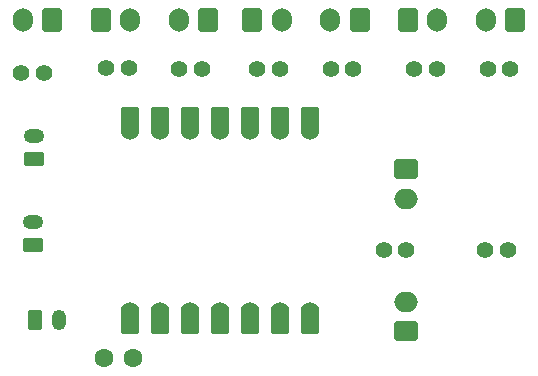
<source format=gbr>
%TF.GenerationSoftware,KiCad,Pcbnew,9.0.2*%
%TF.CreationDate,2025-08-28T12:16:00+10:00*%
%TF.ProjectId,fsr_left,6673725f-6c65-4667-942e-6b696361645f,rev?*%
%TF.SameCoordinates,Original*%
%TF.FileFunction,Soldermask,Top*%
%TF.FilePolarity,Negative*%
%FSLAX46Y46*%
G04 Gerber Fmt 4.6, Leading zero omitted, Abs format (unit mm)*
G04 Created by KiCad (PCBNEW 9.0.2) date 2025-08-28 12:16:00*
%MOMM*%
%LPD*%
G01*
G04 APERTURE LIST*
G04 Aperture macros list*
%AMRoundRect*
0 Rectangle with rounded corners*
0 $1 Rounding radius*
0 $2 $3 $4 $5 $6 $7 $8 $9 X,Y pos of 4 corners*
0 Add a 4 corners polygon primitive as box body*
4,1,4,$2,$3,$4,$5,$6,$7,$8,$9,$2,$3,0*
0 Add four circle primitives for the rounded corners*
1,1,$1+$1,$2,$3*
1,1,$1+$1,$4,$5*
1,1,$1+$1,$6,$7*
1,1,$1+$1,$8,$9*
0 Add four rect primitives between the rounded corners*
20,1,$1+$1,$2,$3,$4,$5,0*
20,1,$1+$1,$4,$5,$6,$7,0*
20,1,$1+$1,$6,$7,$8,$9,0*
20,1,$1+$1,$8,$9,$2,$3,0*%
G04 Aperture macros list end*
%ADD10RoundRect,0.250000X0.600000X0.750000X-0.600000X0.750000X-0.600000X-0.750000X0.600000X-0.750000X0*%
%ADD11O,1.700000X2.000000*%
%ADD12C,1.400000*%
%ADD13RoundRect,0.152400X-0.609600X1.063600X-0.609600X-1.063600X0.609600X-1.063600X0.609600X1.063600X0*%
%ADD14C,1.524000*%
%ADD15RoundRect,0.152400X0.609600X-1.063600X0.609600X1.063600X-0.609600X1.063600X-0.609600X-1.063600X0*%
%ADD16RoundRect,0.250000X0.625000X-0.350000X0.625000X0.350000X-0.625000X0.350000X-0.625000X-0.350000X0*%
%ADD17O,1.750000X1.200000*%
%ADD18RoundRect,0.250000X-0.350000X-0.625000X0.350000X-0.625000X0.350000X0.625000X-0.350000X0.625000X0*%
%ADD19O,1.200000X1.750000*%
%ADD20RoundRect,0.250000X0.750000X-0.600000X0.750000X0.600000X-0.750000X0.600000X-0.750000X-0.600000X0*%
%ADD21O,2.000000X1.700000*%
%ADD22C,1.600000*%
%ADD23RoundRect,0.250000X-0.600000X-0.750000X0.600000X-0.750000X0.600000X0.750000X-0.600000X0.750000X0*%
%ADD24RoundRect,0.250000X-0.750000X0.600000X-0.750000X-0.600000X0.750000X-0.600000X0.750000X0.600000X0*%
G04 APERTURE END LIST*
D10*
%TO.C,JMid1*%
X170850000Y-73145000D03*
D11*
X168350000Y-73145000D03*
%TD*%
D10*
%TO.C,JRin1*%
X158050000Y-73145000D03*
D11*
X155550000Y-73145000D03*
%TD*%
D12*
%TO.C,RMid2*%
X164105000Y-77300000D03*
X162205000Y-77300000D03*
%TD*%
D13*
%TO.C,U1*%
X151398500Y-98555000D03*
D14*
X151398500Y-97720000D03*
D13*
X153938500Y-98555000D03*
D14*
X153938500Y-97720000D03*
D13*
X156478500Y-98555000D03*
D14*
X156478500Y-97720000D03*
D13*
X159018500Y-98555000D03*
D14*
X159018500Y-97720000D03*
D13*
X161558500Y-98555000D03*
D14*
X161558500Y-97720000D03*
D13*
X164098500Y-98555000D03*
D14*
X164098500Y-97720000D03*
D13*
X166638500Y-98555000D03*
D14*
X166638500Y-97720000D03*
X166638500Y-82480000D03*
D15*
X166638500Y-81645000D03*
D14*
X164098500Y-82480000D03*
D15*
X164098500Y-81645000D03*
D14*
X161558500Y-82480000D03*
D15*
X161558500Y-81645000D03*
D14*
X159018500Y-82480000D03*
D15*
X159018500Y-81645000D03*
D14*
X156478500Y-82480000D03*
D15*
X156478500Y-81645000D03*
D14*
X153938500Y-82480000D03*
D15*
X153938500Y-81645000D03*
D14*
X151398500Y-82480000D03*
D15*
X151398500Y-81645000D03*
%TD*%
D12*
%TO.C,RRin2*%
X151305000Y-77200000D03*
X149405000Y-77200000D03*
%TD*%
D16*
%TO.C,SW2*%
X143200000Y-92200000D03*
D17*
X143200000Y-90200000D03*
%TD*%
D12*
%TO.C,RMid1*%
X168395000Y-77300000D03*
X170295000Y-77300000D03*
%TD*%
D18*
%TO.C,bat2*%
X143400000Y-98500000D03*
D19*
X145400000Y-98500000D03*
%TD*%
D20*
%TO.C,JTh1*%
X174745000Y-99470000D03*
D21*
X174745000Y-96970000D03*
%TD*%
D22*
%TO.C,C2*%
X149200000Y-101700000D03*
X151700000Y-101700000D03*
%TD*%
D16*
%TO.C,bat4*%
X143250000Y-84900000D03*
D17*
X143250000Y-82900000D03*
%TD*%
D12*
%TO.C,RRin1*%
X155595000Y-77300000D03*
X157495000Y-77300000D03*
%TD*%
%TO.C,RPin1*%
X142195000Y-77600000D03*
X144095000Y-77600000D03*
%TD*%
D10*
%TO.C,JIn1*%
X184050000Y-73145000D03*
D11*
X181550000Y-73145000D03*
%TD*%
D12*
%TO.C,RTh1*%
X174795000Y-92620000D03*
X172895000Y-92620000D03*
%TD*%
%TO.C,RTh2*%
X183395000Y-92620000D03*
X181495000Y-92620000D03*
%TD*%
%TO.C,RIn2*%
X177400000Y-77300000D03*
X175500000Y-77300000D03*
%TD*%
%TO.C,RIn1*%
X181695000Y-77300000D03*
X183595000Y-77300000D03*
%TD*%
D10*
%TO.C,JPin1*%
X144850000Y-73145000D03*
D11*
X142350000Y-73145000D03*
%TD*%
D23*
%TO.C,JIn2*%
X174950000Y-73145000D03*
D11*
X177450000Y-73145000D03*
%TD*%
D23*
%TO.C,JMid2*%
X161750000Y-73145000D03*
D11*
X164250000Y-73145000D03*
%TD*%
D23*
%TO.C,JRin2*%
X148950000Y-73145000D03*
D11*
X151450000Y-73145000D03*
%TD*%
D24*
%TO.C,JTh2*%
X174745000Y-85770000D03*
D21*
X174745000Y-88270000D03*
%TD*%
M02*

</source>
